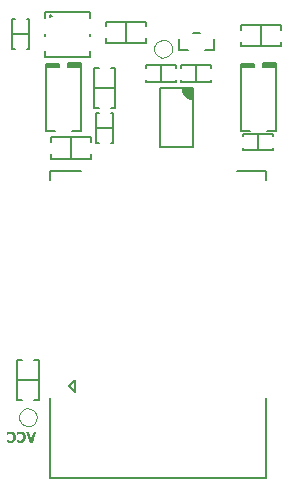
<source format=gbo>
G04*
G04 #@! TF.GenerationSoftware,Altium Limited,Altium Designer,19.1.8 (144)*
G04*
G04 Layer_Color=65535*
%FSLAX25Y25*%
%MOIN*%
G70*
G01*
G75*
%ADD11C,0.00787*%
%ADD14C,0.00394*%
%ADD15C,0.00591*%
%ADD70C,0.00600*%
G36*
X19171Y139153D02*
X14841D01*
Y137972D01*
X19171D01*
Y139153D01*
D02*
G37*
G36*
X22244Y139173D02*
X26575D01*
Y137992D01*
X22244D01*
Y139173D01*
D02*
G37*
G36*
X63886Y130799D02*
X60386D01*
Y130455D01*
X60520Y129778D01*
X60784Y129141D01*
X61167Y128568D01*
X61655Y128081D01*
X62228Y127698D01*
X62865Y127434D01*
X63541Y127299D01*
X63886D01*
D01*
Y130799D01*
D02*
G37*
G36*
X84132Y139153D02*
X79801D01*
Y137972D01*
X84132D01*
Y139153D01*
D02*
G37*
G36*
X87205Y139173D02*
X91535D01*
Y137992D01*
X87205D01*
Y139173D01*
D02*
G37*
G36*
X10465Y12795D02*
X9515D01*
X8270Y16410D01*
X9185D01*
X9975Y13950D01*
X10765Y16410D01*
X11705D01*
X10465Y12795D01*
D02*
G37*
G36*
X6530Y16480D02*
X6670Y16465D01*
X6800Y16440D01*
X6925Y16405D01*
X7040Y16365D01*
X7145Y16320D01*
X7240Y16275D01*
X7330Y16230D01*
X7405Y16180D01*
X7475Y16135D01*
X7535Y16090D01*
X7580Y16050D01*
X7620Y16020D01*
X7650Y15990D01*
X7665Y15975D01*
X7670Y15970D01*
X7755Y15870D01*
X7825Y15765D01*
X7890Y15655D01*
X7945Y15540D01*
X7990Y15425D01*
X8030Y15315D01*
X8060Y15200D01*
X8085Y15095D01*
X8105Y14995D01*
X8120Y14900D01*
X8130Y14815D01*
X8135Y14745D01*
X8140Y14685D01*
X8145Y14640D01*
Y14610D01*
Y14605D01*
Y14600D01*
X8140Y14435D01*
X8125Y14285D01*
X8100Y14140D01*
X8070Y14005D01*
X8035Y13880D01*
X7995Y13770D01*
X7950Y13665D01*
X7905Y13570D01*
X7865Y13490D01*
X7820Y13415D01*
X7780Y13355D01*
X7745Y13305D01*
X7715Y13265D01*
X7690Y13240D01*
X7675Y13220D01*
X7670Y13215D01*
X7575Y13130D01*
X7480Y13055D01*
X7375Y12990D01*
X7270Y12930D01*
X7160Y12885D01*
X7055Y12845D01*
X6950Y12810D01*
X6845Y12785D01*
X6750Y12765D01*
X6665Y12750D01*
X6585Y12740D01*
X6515Y12735D01*
X6460Y12730D01*
X6415Y12725D01*
X6290D01*
X6205Y12730D01*
X6135Y12735D01*
X6080Y12740D01*
X6035Y12745D01*
X6000Y12750D01*
X5980Y12755D01*
X5975D01*
X5860Y12775D01*
X5810Y12790D01*
X5760Y12800D01*
X5715Y12810D01*
X5685Y12820D01*
X5660Y12825D01*
X5655D01*
X5555Y12860D01*
X5510Y12875D01*
X5470Y12890D01*
X5440Y12905D01*
X5410Y12915D01*
X5395Y12925D01*
X5390D01*
X5295Y12970D01*
X5255Y12985D01*
X5220Y13005D01*
X5195Y13015D01*
X5175Y13025D01*
X5160Y13035D01*
X5155D01*
Y13885D01*
X5240D01*
X5295Y13835D01*
X5345Y13790D01*
X5370Y13770D01*
X5385Y13760D01*
X5395Y13750D01*
X5400Y13745D01*
X5470Y13690D01*
X5540Y13640D01*
X5570Y13625D01*
X5595Y13610D01*
X5610Y13600D01*
X5615Y13595D01*
X5660Y13570D01*
X5705Y13540D01*
X5750Y13520D01*
X5795Y13500D01*
X5830Y13485D01*
X5860Y13470D01*
X5885Y13465D01*
X5890Y13460D01*
X5950Y13440D01*
X6010Y13430D01*
X6070Y13420D01*
X6120Y13410D01*
X6165D01*
X6200Y13405D01*
X6230D01*
X6295Y13410D01*
X6355Y13415D01*
X6415Y13425D01*
X6465Y13435D01*
X6510Y13445D01*
X6545Y13455D01*
X6565Y13465D01*
X6575D01*
X6635Y13490D01*
X6695Y13520D01*
X6750Y13555D01*
X6795Y13585D01*
X6835Y13615D01*
X6865Y13640D01*
X6885Y13655D01*
X6890Y13660D01*
X6940Y13715D01*
X6990Y13775D01*
X7030Y13840D01*
X7060Y13900D01*
X7090Y13950D01*
X7110Y13990D01*
X7120Y14020D01*
X7125Y14030D01*
X7155Y14120D01*
X7175Y14215D01*
X7190Y14310D01*
X7200Y14400D01*
X7205Y14475D01*
Y14510D01*
X7210Y14540D01*
Y14565D01*
Y14580D01*
Y14590D01*
Y14595D01*
X7205Y14710D01*
X7195Y14815D01*
X7185Y14910D01*
X7165Y14995D01*
X7150Y15060D01*
X7140Y15110D01*
X7135Y15125D01*
X7130Y15140D01*
X7125Y15145D01*
Y15150D01*
X7090Y15235D01*
X7055Y15310D01*
X7020Y15375D01*
X6985Y15430D01*
X6950Y15470D01*
X6925Y15500D01*
X6910Y15520D01*
X6905Y15525D01*
X6850Y15580D01*
X6795Y15625D01*
X6740Y15660D01*
X6695Y15690D01*
X6655Y15715D01*
X6620Y15730D01*
X6600Y15735D01*
X6595Y15740D01*
X6530Y15760D01*
X6470Y15780D01*
X6410Y15790D01*
X6355Y15795D01*
X6305Y15800D01*
X6270Y15805D01*
X6175D01*
X6115Y15795D01*
X6065Y15790D01*
X6015Y15780D01*
X5975Y15770D01*
X5945Y15760D01*
X5925Y15755D01*
X5920Y15750D01*
X5865Y15730D01*
X5810Y15705D01*
X5765Y15685D01*
X5720Y15665D01*
X5690Y15645D01*
X5660Y15635D01*
X5645Y15625D01*
X5640Y15620D01*
X5550Y15560D01*
X5515Y15535D01*
X5480Y15510D01*
X5455Y15490D01*
X5430Y15475D01*
X5420Y15465D01*
X5415Y15460D01*
X5345Y15405D01*
X5295Y15365D01*
X5275Y15345D01*
X5260Y15335D01*
X5255Y15330D01*
X5250Y15325D01*
X5155D01*
Y16180D01*
X5190Y16200D01*
X5230Y16220D01*
X5310Y16255D01*
X5345Y16270D01*
X5370Y16280D01*
X5390Y16285D01*
X5395Y16290D01*
X5495Y16335D01*
X5540Y16350D01*
X5580Y16365D01*
X5615Y16375D01*
X5640Y16385D01*
X5655Y16390D01*
X5660D01*
X5780Y16420D01*
X5835Y16430D01*
X5885Y16440D01*
X5930Y16450D01*
X5965Y16455D01*
X5985Y16460D01*
X5995D01*
X6125Y16475D01*
X6190Y16480D01*
X6250D01*
X6305Y16485D01*
X6380D01*
X6530Y16480D01*
D02*
G37*
G36*
X3215D02*
X3355Y16465D01*
X3485Y16440D01*
X3610Y16405D01*
X3725Y16365D01*
X3830Y16320D01*
X3925Y16275D01*
X4015Y16230D01*
X4090Y16180D01*
X4160Y16135D01*
X4220Y16090D01*
X4265Y16050D01*
X4305Y16020D01*
X4335Y15990D01*
X4350Y15975D01*
X4355Y15970D01*
X4440Y15870D01*
X4510Y15765D01*
X4575Y15655D01*
X4630Y15540D01*
X4675Y15425D01*
X4715Y15315D01*
X4745Y15200D01*
X4770Y15095D01*
X4790Y14995D01*
X4805Y14900D01*
X4815Y14815D01*
X4820Y14745D01*
X4825Y14685D01*
X4830Y14640D01*
Y14610D01*
Y14605D01*
Y14600D01*
X4825Y14435D01*
X4810Y14285D01*
X4785Y14140D01*
X4755Y14005D01*
X4720Y13880D01*
X4680Y13770D01*
X4635Y13665D01*
X4590Y13570D01*
X4550Y13490D01*
X4505Y13415D01*
X4465Y13355D01*
X4430Y13305D01*
X4400Y13265D01*
X4375Y13240D01*
X4360Y13220D01*
X4355Y13215D01*
X4260Y13130D01*
X4165Y13055D01*
X4060Y12990D01*
X3955Y12930D01*
X3845Y12885D01*
X3740Y12845D01*
X3635Y12810D01*
X3530Y12785D01*
X3435Y12765D01*
X3350Y12750D01*
X3270Y12740D01*
X3200Y12735D01*
X3145Y12730D01*
X3100Y12725D01*
X2975D01*
X2890Y12730D01*
X2820Y12735D01*
X2765Y12740D01*
X2720Y12745D01*
X2685Y12750D01*
X2665Y12755D01*
X2660D01*
X2545Y12775D01*
X2495Y12790D01*
X2445Y12800D01*
X2400Y12810D01*
X2370Y12820D01*
X2345Y12825D01*
X2340D01*
X2240Y12860D01*
X2195Y12875D01*
X2155Y12890D01*
X2125Y12905D01*
X2095Y12915D01*
X2080Y12925D01*
X2075D01*
X1980Y12970D01*
X1940Y12985D01*
X1905Y13005D01*
X1880Y13015D01*
X1860Y13025D01*
X1845Y13035D01*
X1840D01*
Y13885D01*
X1925D01*
X1980Y13835D01*
X2030Y13790D01*
X2055Y13770D01*
X2070Y13760D01*
X2080Y13750D01*
X2085Y13745D01*
X2155Y13690D01*
X2225Y13640D01*
X2255Y13625D01*
X2280Y13610D01*
X2295Y13600D01*
X2300Y13595D01*
X2345Y13570D01*
X2390Y13540D01*
X2435Y13520D01*
X2480Y13500D01*
X2515Y13485D01*
X2545Y13470D01*
X2570Y13465D01*
X2575Y13460D01*
X2635Y13440D01*
X2695Y13430D01*
X2755Y13420D01*
X2805Y13410D01*
X2850D01*
X2885Y13405D01*
X2915D01*
X2980Y13410D01*
X3040Y13415D01*
X3100Y13425D01*
X3150Y13435D01*
X3195Y13445D01*
X3230Y13455D01*
X3250Y13465D01*
X3260D01*
X3320Y13490D01*
X3380Y13520D01*
X3435Y13555D01*
X3480Y13585D01*
X3520Y13615D01*
X3550Y13640D01*
X3570Y13655D01*
X3575Y13660D01*
X3625Y13715D01*
X3675Y13775D01*
X3715Y13840D01*
X3745Y13900D01*
X3775Y13950D01*
X3795Y13990D01*
X3805Y14020D01*
X3810Y14030D01*
X3840Y14120D01*
X3860Y14215D01*
X3875Y14310D01*
X3885Y14400D01*
X3890Y14475D01*
Y14510D01*
X3895Y14540D01*
Y14565D01*
Y14580D01*
Y14590D01*
Y14595D01*
X3890Y14710D01*
X3880Y14815D01*
X3870Y14910D01*
X3850Y14995D01*
X3835Y15060D01*
X3825Y15110D01*
X3820Y15125D01*
X3815Y15140D01*
X3810Y15145D01*
Y15150D01*
X3775Y15235D01*
X3740Y15310D01*
X3705Y15375D01*
X3670Y15430D01*
X3635Y15470D01*
X3610Y15500D01*
X3595Y15520D01*
X3590Y15525D01*
X3535Y15580D01*
X3480Y15625D01*
X3425Y15660D01*
X3380Y15690D01*
X3340Y15715D01*
X3305Y15730D01*
X3285Y15735D01*
X3280Y15740D01*
X3215Y15760D01*
X3155Y15780D01*
X3095Y15790D01*
X3040Y15795D01*
X2990Y15800D01*
X2955Y15805D01*
X2860D01*
X2800Y15795D01*
X2750Y15790D01*
X2700Y15780D01*
X2660Y15770D01*
X2630Y15760D01*
X2610Y15755D01*
X2605Y15750D01*
X2550Y15730D01*
X2495Y15705D01*
X2450Y15685D01*
X2405Y15665D01*
X2375Y15645D01*
X2345Y15635D01*
X2330Y15625D01*
X2325Y15620D01*
X2235Y15560D01*
X2200Y15535D01*
X2165Y15510D01*
X2140Y15490D01*
X2115Y15475D01*
X2105Y15465D01*
X2100Y15460D01*
X2030Y15405D01*
X1980Y15365D01*
X1960Y15345D01*
X1945Y15335D01*
X1940Y15330D01*
X1935Y15325D01*
X1840D01*
Y16180D01*
X1875Y16200D01*
X1915Y16220D01*
X1995Y16255D01*
X2030Y16270D01*
X2055Y16280D01*
X2075Y16285D01*
X2080Y16290D01*
X2180Y16335D01*
X2225Y16350D01*
X2265Y16365D01*
X2300Y16375D01*
X2325Y16385D01*
X2340Y16390D01*
X2345D01*
X2465Y16420D01*
X2520Y16430D01*
X2570Y16440D01*
X2615Y16450D01*
X2650Y16455D01*
X2670Y16460D01*
X2680D01*
X2810Y16475D01*
X2875Y16480D01*
X2935D01*
X2990Y16485D01*
X3065D01*
X3215Y16480D01*
D02*
G37*
D11*
X60386Y130799D02*
X60557Y129718D01*
X61054Y128742D01*
X61829Y127968D01*
X62804Y127471D01*
X63886Y127299D01*
X16201Y968D02*
Y27795D01*
Y968D02*
X88248D01*
Y27795D01*
X78543Y103331D02*
X88248D01*
Y100236D02*
Y103331D01*
X16201Y100236D02*
Y103331D01*
X26575D01*
X22559Y31705D02*
X24559Y29705D01*
Y33705D01*
X22559Y31705D02*
X24559Y33705D01*
X59370Y143740D02*
Y147283D01*
Y143740D02*
X62224D01*
X70787D02*
Y147283D01*
X67933Y143740D02*
X70787D01*
X63898Y149252D02*
X66260D01*
X14841Y137972D02*
Y139153D01*
X19171D01*
Y137972D02*
Y139153D01*
X14841Y137972D02*
X19171D01*
X14841Y116712D02*
Y137972D01*
Y116712D02*
X17990D01*
X26575Y137992D02*
Y139173D01*
X22244D02*
X26575D01*
X22244Y137992D02*
Y139173D01*
Y137992D02*
X26575D01*
Y116732D02*
Y137992D01*
X23425Y116732D02*
X26575D01*
X52886Y111457D02*
Y131142D01*
Y111457D02*
X63886D01*
Y131142D01*
X52886D02*
X63886D01*
X79801Y137972D02*
Y139153D01*
X84132D01*
Y137972D02*
Y139153D01*
X79801Y137972D02*
X84132D01*
X79801Y116712D02*
Y137972D01*
Y116712D02*
X82951D01*
X91535Y137992D02*
Y139173D01*
X87205D02*
X91535D01*
X87205Y137992D02*
Y139173D01*
Y137992D02*
X91535D01*
Y116732D02*
Y137992D01*
X88386Y116732D02*
X91535D01*
D14*
X56890Y144095D02*
X56730Y145053D01*
X56267Y145908D01*
X55552Y146566D01*
X54662Y146957D01*
X53693Y147037D01*
X52751Y146799D01*
X51937Y146267D01*
X51340Y145500D01*
X51025Y144580D01*
Y143608D01*
X51340Y142689D01*
X51937Y141922D01*
X52751Y141390D01*
X53693Y141152D01*
X54662Y141232D01*
X55552Y141622D01*
X56267Y142281D01*
X56730Y143136D01*
X56890Y144095D01*
X11811Y21260D02*
X11651Y22219D01*
X11188Y23074D01*
X10473Y23732D01*
X9583Y24122D01*
X8614Y24203D01*
X7672Y23964D01*
X6858Y23432D01*
X6261Y22665D01*
X5946Y21746D01*
Y20774D01*
X6261Y19854D01*
X6858Y19087D01*
X7672Y18556D01*
X8614Y18317D01*
X9583Y18397D01*
X10473Y18788D01*
X11188Y19446D01*
X11651Y20301D01*
X11811Y21260D01*
D15*
X31693Y117618D02*
X37205D01*
X36449Y112618D02*
X37205D01*
Y122618D01*
X36449D02*
X37205D01*
X31693D02*
X32449D01*
X31693Y112618D02*
Y122618D01*
Y112618D02*
X32449D01*
X5315Y33661D02*
X12402D01*
X5315Y26968D02*
X6890D01*
X5315D02*
Y40354D01*
X6890D01*
X10827D02*
X12402D01*
Y26968D02*
Y40354D01*
X10827Y26968D02*
X12402D01*
X41535Y146063D02*
Y153150D01*
X34843Y151575D02*
Y153150D01*
X48228D01*
Y151575D02*
Y153150D01*
Y146063D02*
Y147638D01*
X34843Y146063D02*
X48228D01*
X34843D02*
Y147638D01*
X86614Y144882D02*
Y151969D01*
X79921Y150394D02*
Y151969D01*
X93307D01*
Y150394D02*
Y151969D01*
Y144882D02*
Y146457D01*
X79921Y144882D02*
X93307D01*
X79921D02*
Y146457D01*
X23228Y107480D02*
Y114567D01*
X29921Y107480D02*
Y109055D01*
X16535Y107480D02*
X29921D01*
X16535D02*
Y109055D01*
Y112992D02*
Y114567D01*
X29921D01*
Y112992D02*
Y114567D01*
X30906Y131102D02*
X37992D01*
X30906Y124409D02*
X32480D01*
X30906D02*
Y137795D01*
X32480D01*
X36417D02*
X37992D01*
Y124409D02*
Y137795D01*
X36417Y124409D02*
X37992D01*
X85692Y110231D02*
Y115743D01*
X80692Y110231D02*
Y110987D01*
Y110231D02*
X90692D01*
Y110987D01*
Y114987D02*
Y115743D01*
X80692D02*
X90692D01*
X80692Y114987D02*
Y115743D01*
X3701Y149055D02*
X9213D01*
X3701Y154055D02*
X4457D01*
X3701Y144055D02*
Y154055D01*
Y144055D02*
X4457D01*
X8457D02*
X9213D01*
Y154055D01*
X8457D02*
X9213D01*
X53346Y133071D02*
Y138583D01*
X48346Y133071D02*
Y133827D01*
Y133071D02*
X58346D01*
Y133827D01*
Y137827D02*
Y138583D01*
X48346D02*
X58346D01*
X48346Y137827D02*
Y138583D01*
X64764Y133071D02*
Y138583D01*
X69764Y137827D02*
Y138583D01*
X59764D02*
X69764D01*
X59764Y137827D02*
Y138583D01*
Y133071D02*
Y133827D01*
Y133071D02*
X69764D01*
Y133827D01*
D70*
X16967Y154882D02*
X16367Y155228D01*
Y154535D01*
X16967Y154882D01*
X29479Y148476D02*
Y149083D01*
X14679Y154303D02*
Y156280D01*
Y148476D02*
Y149083D01*
Y141280D02*
Y143256D01*
Y141280D02*
X29479D01*
Y154303D02*
Y156280D01*
X14679D02*
X29479D01*
Y141280D02*
Y143256D01*
M02*

</source>
